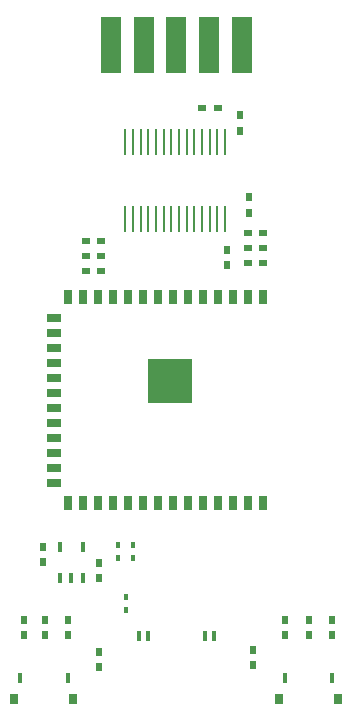
<source format=gbr>
G04 DipTrace 3.3.1.3*
G04 TopPaste.gbr*
%MOIN*%
G04 #@! TF.FileFunction,Paste,Top*
G04 #@! TF.Part,Single*
%ADD63R,0.019685X0.003937*%
%ADD65R,0.007874X0.090551*%
%ADD67R,0.149606X0.149606*%
%ADD69R,0.051181X0.027559*%
%ADD71R,0.027559X0.051181*%
%ADD73R,0.031496X0.035433*%
%ADD75R,0.015748X0.035433*%
%ADD77R,0.070866X0.188976*%
%ADD87R,0.015748X0.037008*%
%ADD89R,0.003937X0.037008*%
%ADD91R,0.015748X0.023622*%
%ADD93R,0.027559X0.019685*%
%ADD95R,0.019685X0.027559*%
%FSLAX26Y26*%
G04*
G70*
G90*
G75*
G01*
G04 TopPaste*
%LPD*%
D95*
X1193701Y2374950D3*
Y2323769D3*
X1224951Y2049950D3*
Y2101131D3*
D93*
X1218702Y1931201D3*
X1269883D3*
X1219293Y1981790D3*
X1270474D3*
X1118701Y2399950D3*
X1067520D3*
D95*
X724951Y831201D3*
Y882382D3*
X537451Y937450D3*
Y886269D3*
D91*
X837451Y943699D3*
Y900392D3*
X787451Y943699D3*
Y900392D3*
X812450Y724950D3*
Y768257D3*
D95*
X1424950Y643109D3*
Y694290D3*
X543701Y643110D3*
Y694291D3*
D89*
X912444Y638189D3*
X932129D3*
X951814D3*
X971499D3*
X991184D3*
X1010869D3*
X1030554D3*
X1050239D3*
D87*
X1075830D3*
X1107326D3*
X855357D3*
X886853D3*
D77*
X1199311Y2608688D3*
X1090256D3*
X981201D3*
X872146D3*
X763091D3*
D95*
X724941Y587450D3*
Y536269D3*
X1237451Y593699D3*
Y542518D3*
X618701Y694290D3*
Y643109D3*
X1343701D3*
Y694290D3*
X474950Y643110D3*
Y694291D3*
X1499951Y694290D3*
Y643109D3*
D93*
X731201Y1956199D3*
X680020D3*
X731201Y1906201D3*
X680020D3*
X731201Y1856199D3*
X680020D3*
D75*
X618681Y499950D3*
X461201D3*
D73*
X638366Y431052D3*
X441516D3*
D71*
X1271574Y1770538D3*
X1221574D3*
X1171574D3*
X1121574D3*
X1071574D3*
X1021574D3*
X971574D3*
X921574D3*
X871574D3*
X821574D3*
X771574D3*
X721574D3*
X671574D3*
X621574D3*
D69*
X573821Y1700723D3*
Y1650723D3*
Y1600723D3*
Y1550723D3*
Y1500723D3*
Y1450723D3*
Y1400723D3*
Y1350723D3*
Y1300723D3*
Y1250723D3*
D71*
X621614Y1081562D3*
X671614D3*
X721614D3*
X771614D3*
X821614D3*
X871614D3*
X921614D3*
X971614D3*
X1021614D3*
X1071614D3*
X1121614D3*
X1171614D3*
X1221614D3*
X1271614D3*
D67*
X959094Y1488570D3*
D69*
X573821Y1200723D3*
Y1150723D3*
D65*
X1143701Y2287450D3*
X1118110Y2287430D3*
X1092520Y2287434D3*
X1066929D3*
X1041339D3*
X1015748D3*
X990157D3*
X964567D3*
X938976D3*
X913386D3*
X887795D3*
X862205D3*
X836614D3*
X811024D3*
Y2028962D3*
X836614Y2028970D3*
X862205D3*
X887795D3*
X913386D3*
X938976D3*
X964567D3*
X990157D3*
X1015748D3*
X1041339D3*
X1066929D3*
X1092520D3*
X1118110Y2028966D3*
X1143701D3*
D75*
X593701Y831201D3*
X631102D3*
X668504D3*
Y937500D3*
X593701D3*
X1501201Y499950D3*
X1343720D3*
D73*
X1520886Y431052D3*
X1324035D3*
D63*
X431201Y1524950D3*
Y1505265D3*
Y1485580D3*
Y1465895D3*
Y1446210D3*
Y1426525D3*
Y1406840D3*
Y1387155D3*
X494193D3*
Y1406840D3*
Y1426525D3*
Y1446210D3*
Y1465895D3*
Y1485580D3*
Y1505265D3*
Y1524950D3*
D95*
X1149951Y1874950D3*
Y1926131D3*
D93*
X1218701Y1881201D3*
X1269882D3*
M02*

</source>
